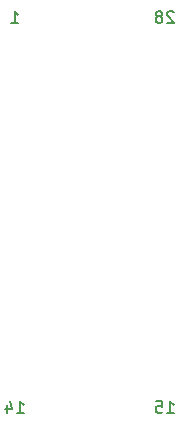
<source format=gbr>
%TF.GenerationSoftware,KiCad,Pcbnew,(5.1.7)-1*%
%TF.CreationDate,2022-07-07T01:38:01-03:00*%
%TF.ProjectId,RAMboard,52414d62-6f61-4726-942e-6b696361645f,rev?*%
%TF.SameCoordinates,Original*%
%TF.FileFunction,Legend,Bot*%
%TF.FilePolarity,Positive*%
%FSLAX46Y46*%
G04 Gerber Fmt 4.6, Leading zero omitted, Abs format (unit mm)*
G04 Created by KiCad (PCBNEW (5.1.7)-1) date 2022-07-07 01:38:01*
%MOMM*%
%LPD*%
G01*
G04 APERTURE LIST*
%ADD10C,0.150000*%
G04 APERTURE END LIST*
D10*
X43941904Y-24947619D02*
X43894285Y-24900000D01*
X43799047Y-24852380D01*
X43560952Y-24852380D01*
X43465714Y-24900000D01*
X43418095Y-24947619D01*
X43370476Y-25042857D01*
X43370476Y-25138095D01*
X43418095Y-25280952D01*
X43989523Y-25852380D01*
X43370476Y-25852380D01*
X42799047Y-25280952D02*
X42894285Y-25233333D01*
X42941904Y-25185714D01*
X42989523Y-25090476D01*
X42989523Y-25042857D01*
X42941904Y-24947619D01*
X42894285Y-24900000D01*
X42799047Y-24852380D01*
X42608571Y-24852380D01*
X42513333Y-24900000D01*
X42465714Y-24947619D01*
X42418095Y-25042857D01*
X42418095Y-25090476D01*
X42465714Y-25185714D01*
X42513333Y-25233333D01*
X42608571Y-25280952D01*
X42799047Y-25280952D01*
X42894285Y-25328571D01*
X42941904Y-25376190D01*
X42989523Y-25471428D01*
X42989523Y-25661904D01*
X42941904Y-25757142D01*
X42894285Y-25804761D01*
X42799047Y-25852380D01*
X42608571Y-25852380D01*
X42513333Y-25804761D01*
X42465714Y-25757142D01*
X42418095Y-25661904D01*
X42418095Y-25471428D01*
X42465714Y-25376190D01*
X42513333Y-25328571D01*
X42608571Y-25280952D01*
X30194285Y-25852380D02*
X30765714Y-25852380D01*
X30480000Y-25852380D02*
X30480000Y-24852380D01*
X30575238Y-24995238D01*
X30670476Y-25090476D01*
X30765714Y-25138095D01*
X30670476Y-58872380D02*
X31241904Y-58872380D01*
X30956190Y-58872380D02*
X30956190Y-57872380D01*
X31051428Y-58015238D01*
X31146666Y-58110476D01*
X31241904Y-58158095D01*
X29813333Y-58205714D02*
X29813333Y-58872380D01*
X30051428Y-57824761D02*
X30289523Y-58539047D01*
X29670476Y-58539047D01*
X43370476Y-58872380D02*
X43941904Y-58872380D01*
X43656190Y-58872380D02*
X43656190Y-57872380D01*
X43751428Y-58015238D01*
X43846666Y-58110476D01*
X43941904Y-58158095D01*
X42465714Y-57872380D02*
X42941904Y-57872380D01*
X42989523Y-58348571D01*
X42941904Y-58300952D01*
X42846666Y-58253333D01*
X42608571Y-58253333D01*
X42513333Y-58300952D01*
X42465714Y-58348571D01*
X42418095Y-58443809D01*
X42418095Y-58681904D01*
X42465714Y-58777142D01*
X42513333Y-58824761D01*
X42608571Y-58872380D01*
X42846666Y-58872380D01*
X42941904Y-58824761D01*
X42989523Y-58777142D01*
M02*

</source>
